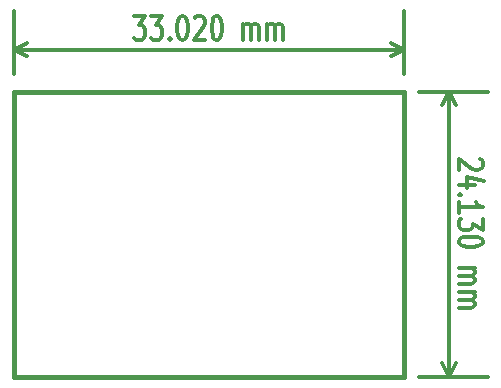
<source format=gbo>
G04 (created by PCBNEW-RS274X (2012-01-19 BZR 3256)-stable) date 30/10/2012 22:31:02*
G01*
G70*
G90*
%MOIN*%
G04 Gerber Fmt 3.4, Leading zero omitted, Abs format*
%FSLAX34Y34*%
G04 APERTURE LIST*
%ADD10C,0.006000*%
%ADD11C,0.012000*%
%ADD12C,0.015000*%
G04 APERTURE END LIST*
G54D10*
G54D11*
X31987Y-12485D02*
X32358Y-12485D01*
X32158Y-12790D01*
X32244Y-12790D01*
X32301Y-12828D01*
X32330Y-12866D01*
X32358Y-12942D01*
X32358Y-13132D01*
X32330Y-13209D01*
X32301Y-13247D01*
X32244Y-13285D01*
X32072Y-13285D01*
X32015Y-13247D01*
X31987Y-13209D01*
X32558Y-12485D02*
X32929Y-12485D01*
X32729Y-12790D01*
X32815Y-12790D01*
X32872Y-12828D01*
X32901Y-12866D01*
X32929Y-12942D01*
X32929Y-13132D01*
X32901Y-13209D01*
X32872Y-13247D01*
X32815Y-13285D01*
X32643Y-13285D01*
X32586Y-13247D01*
X32558Y-13209D01*
X33186Y-13209D02*
X33214Y-13247D01*
X33186Y-13285D01*
X33157Y-13247D01*
X33186Y-13209D01*
X33186Y-13285D01*
X33586Y-12485D02*
X33643Y-12485D01*
X33700Y-12523D01*
X33729Y-12561D01*
X33758Y-12637D01*
X33786Y-12790D01*
X33786Y-12980D01*
X33758Y-13132D01*
X33729Y-13209D01*
X33700Y-13247D01*
X33643Y-13285D01*
X33586Y-13285D01*
X33529Y-13247D01*
X33500Y-13209D01*
X33472Y-13132D01*
X33443Y-12980D01*
X33443Y-12790D01*
X33472Y-12637D01*
X33500Y-12561D01*
X33529Y-12523D01*
X33586Y-12485D01*
X34014Y-12561D02*
X34043Y-12523D01*
X34100Y-12485D01*
X34243Y-12485D01*
X34300Y-12523D01*
X34329Y-12561D01*
X34357Y-12637D01*
X34357Y-12713D01*
X34329Y-12828D01*
X33986Y-13285D01*
X34357Y-13285D01*
X34728Y-12485D02*
X34785Y-12485D01*
X34842Y-12523D01*
X34871Y-12561D01*
X34900Y-12637D01*
X34928Y-12790D01*
X34928Y-12980D01*
X34900Y-13132D01*
X34871Y-13209D01*
X34842Y-13247D01*
X34785Y-13285D01*
X34728Y-13285D01*
X34671Y-13247D01*
X34642Y-13209D01*
X34614Y-13132D01*
X34585Y-12980D01*
X34585Y-12790D01*
X34614Y-12637D01*
X34642Y-12561D01*
X34671Y-12523D01*
X34728Y-12485D01*
X35642Y-13285D02*
X35642Y-12751D01*
X35642Y-12828D02*
X35670Y-12790D01*
X35728Y-12751D01*
X35813Y-12751D01*
X35870Y-12790D01*
X35899Y-12866D01*
X35899Y-13285D01*
X35899Y-12866D02*
X35928Y-12790D01*
X35985Y-12751D01*
X36070Y-12751D01*
X36128Y-12790D01*
X36156Y-12866D01*
X36156Y-13285D01*
X36442Y-13285D02*
X36442Y-12751D01*
X36442Y-12828D02*
X36470Y-12790D01*
X36528Y-12751D01*
X36613Y-12751D01*
X36670Y-12790D01*
X36699Y-12866D01*
X36699Y-13285D01*
X36699Y-12866D02*
X36728Y-12790D01*
X36785Y-12751D01*
X36870Y-12751D01*
X36928Y-12790D01*
X36956Y-12866D01*
X36956Y-13285D01*
X28000Y-13601D02*
X41000Y-13601D01*
X28000Y-14400D02*
X28000Y-12321D01*
X41000Y-14400D02*
X41000Y-12321D01*
X41000Y-13601D02*
X40557Y-13831D01*
X41000Y-13601D02*
X40557Y-13371D01*
X28000Y-13601D02*
X28443Y-13831D01*
X28000Y-13601D02*
X28443Y-13371D01*
G54D12*
X28000Y-24500D02*
X41000Y-24500D01*
X41000Y-15000D02*
X28000Y-15000D01*
X28000Y-24500D02*
X28000Y-15000D01*
X28000Y-15000D02*
X28000Y-24500D01*
G54D11*
X43539Y-17265D02*
X43577Y-17294D01*
X43615Y-17351D01*
X43615Y-17494D01*
X43577Y-17551D01*
X43539Y-17580D01*
X43463Y-17608D01*
X43387Y-17608D01*
X43272Y-17580D01*
X42815Y-17237D01*
X42815Y-17608D01*
X43349Y-18122D02*
X42815Y-18122D01*
X43653Y-17979D02*
X43082Y-17836D01*
X43082Y-18208D01*
X42891Y-18436D02*
X42853Y-18464D01*
X42815Y-18436D01*
X42853Y-18407D01*
X42891Y-18436D01*
X42815Y-18436D01*
X42815Y-19036D02*
X42815Y-18693D01*
X42815Y-18865D02*
X43615Y-18865D01*
X43501Y-18808D01*
X43425Y-18750D01*
X43387Y-18693D01*
X43615Y-19236D02*
X43615Y-19607D01*
X43310Y-19407D01*
X43310Y-19493D01*
X43272Y-19550D01*
X43234Y-19579D01*
X43158Y-19607D01*
X42968Y-19607D01*
X42891Y-19579D01*
X42853Y-19550D01*
X42815Y-19493D01*
X42815Y-19321D01*
X42853Y-19264D01*
X42891Y-19236D01*
X43615Y-19978D02*
X43615Y-20035D01*
X43577Y-20092D01*
X43539Y-20121D01*
X43463Y-20150D01*
X43310Y-20178D01*
X43120Y-20178D01*
X42968Y-20150D01*
X42891Y-20121D01*
X42853Y-20092D01*
X42815Y-20035D01*
X42815Y-19978D01*
X42853Y-19921D01*
X42891Y-19892D01*
X42968Y-19864D01*
X43120Y-19835D01*
X43310Y-19835D01*
X43463Y-19864D01*
X43539Y-19892D01*
X43577Y-19921D01*
X43615Y-19978D01*
X42815Y-20892D02*
X43349Y-20892D01*
X43272Y-20892D02*
X43310Y-20920D01*
X43349Y-20978D01*
X43349Y-21063D01*
X43310Y-21120D01*
X43234Y-21149D01*
X42815Y-21149D01*
X43234Y-21149D02*
X43310Y-21178D01*
X43349Y-21235D01*
X43349Y-21320D01*
X43310Y-21378D01*
X43234Y-21406D01*
X42815Y-21406D01*
X42815Y-21692D02*
X43349Y-21692D01*
X43272Y-21692D02*
X43310Y-21720D01*
X43349Y-21778D01*
X43349Y-21863D01*
X43310Y-21920D01*
X43234Y-21949D01*
X42815Y-21949D01*
X43234Y-21949D02*
X43310Y-21978D01*
X43349Y-22035D01*
X43349Y-22120D01*
X43310Y-22178D01*
X43234Y-22206D01*
X42815Y-22206D01*
X42499Y-15000D02*
X42499Y-24500D01*
X41500Y-15000D02*
X43779Y-15000D01*
X41500Y-24500D02*
X43779Y-24500D01*
X42499Y-24500D02*
X42269Y-24057D01*
X42499Y-24500D02*
X42729Y-24057D01*
X42499Y-15000D02*
X42269Y-15443D01*
X42499Y-15000D02*
X42729Y-15443D01*
G54D12*
X41000Y-15000D02*
X41000Y-24500D01*
M02*

</source>
